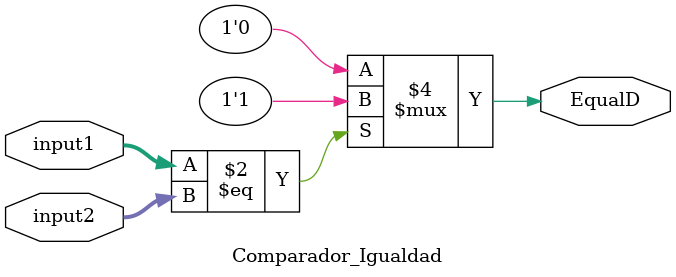
<source format=v>
`timescale 1ns / 1ps
module Comparador_Igualdad(
	input wire [31:0] input1,
	input wire [31:0] input2,
	output reg EqualD
);

always@(*)
begin
	if(input1 == input2)
	begin
		EqualD <= 1;
	end
	else
	begin
		EqualD <= 0;
	end
end


endmodule

</source>
